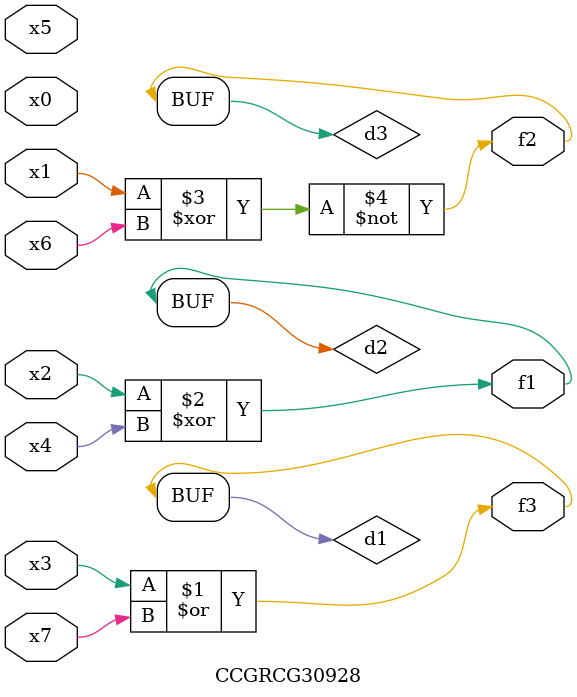
<source format=v>
module CCGRCG30928(
	input x0, x1, x2, x3, x4, x5, x6, x7,
	output f1, f2, f3
);

	wire d1, d2, d3;

	or (d1, x3, x7);
	xor (d2, x2, x4);
	xnor (d3, x1, x6);
	assign f1 = d2;
	assign f2 = d3;
	assign f3 = d1;
endmodule

</source>
